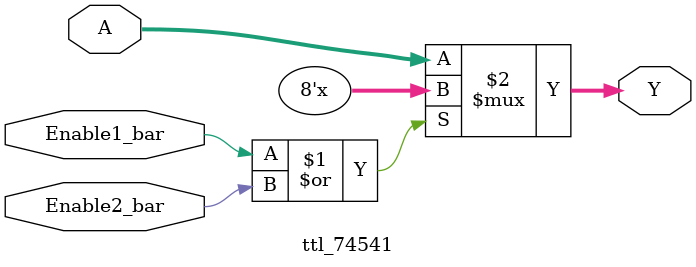
<source format=v>

module ttl_74541 #(parameter DELAY_RISE = 0, DELAY_FALL = 0)
(
  input [7:0] A,
  input Enable1_bar,
  input Enable2_bar,
  output [7:0] Y
);

assign #(DELAY_RISE, DELAY_FALL) Y = (Enable1_bar | Enable2_bar) ? 8'bZ : A;

endmodule


</source>
